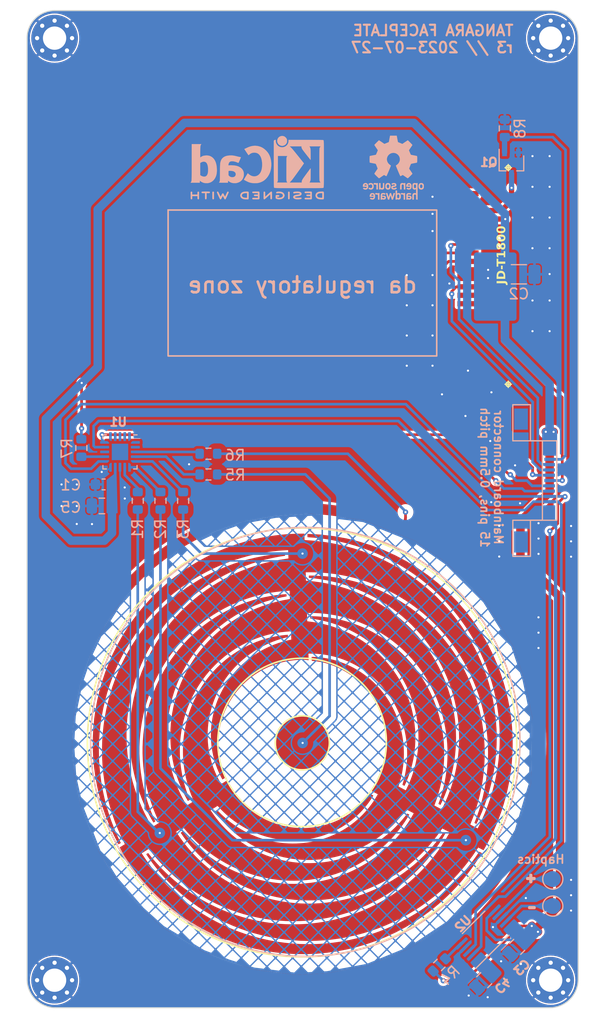
<source format=kicad_pcb>
(kicad_pcb (version 20221018) (generator pcbnew)

  (general
    (thickness 1.6)
  )

  (paper "A4")
  (title_block
    (comment 4 "AISLER Project ID: UHMYFJNI")
  )

  (layers
    (0 "F.Cu" signal)
    (31 "B.Cu" signal)
    (32 "B.Adhes" user "B.Adhesive")
    (33 "F.Adhes" user "F.Adhesive")
    (34 "B.Paste" user)
    (35 "F.Paste" user)
    (36 "B.SilkS" user "B.Silkscreen")
    (37 "F.SilkS" user "F.Silkscreen")
    (38 "B.Mask" user)
    (39 "F.Mask" user)
    (40 "Dwgs.User" user "User.Drawings")
    (41 "Cmts.User" user "User.Comments")
    (42 "Eco1.User" user "User.Eco1")
    (43 "Eco2.User" user "User.Eco2")
    (44 "Edge.Cuts" user)
    (45 "Margin" user)
    (46 "B.CrtYd" user "B.Courtyard")
    (47 "F.CrtYd" user "F.Courtyard")
    (48 "B.Fab" user)
    (49 "F.Fab" user)
    (50 "User.1" user)
    (51 "User.2" user)
    (52 "User.3" user)
    (53 "User.4" user)
    (54 "User.5" user)
    (55 "User.6" user)
    (56 "User.7" user)
    (57 "User.8" user)
    (58 "User.9" user)
  )

  (setup
    (stackup
      (layer "F.SilkS" (type "Top Silk Screen"))
      (layer "F.Paste" (type "Top Solder Paste"))
      (layer "F.Mask" (type "Top Solder Mask") (thickness 0.01))
      (layer "F.Cu" (type "copper") (thickness 0.035))
      (layer "dielectric 1" (type "core") (thickness 1.51) (material "FR4") (epsilon_r 4.5) (loss_tangent 0.02))
      (layer "B.Cu" (type "copper") (thickness 0.035))
      (layer "B.Mask" (type "Bottom Solder Mask") (thickness 0.01))
      (layer "B.Paste" (type "Bottom Solder Paste"))
      (layer "B.SilkS" (type "Bottom Silk Screen"))
      (copper_finish "None")
      (dielectric_constraints no)
    )
    (pad_to_mask_clearance 0)
    (pcbplotparams
      (layerselection 0x00010fc_ffffffff)
      (plot_on_all_layers_selection 0x0000000_00000000)
      (disableapertmacros false)
      (usegerberextensions false)
      (usegerberattributes true)
      (usegerberadvancedattributes true)
      (creategerberjobfile true)
      (dashed_line_dash_ratio 12.000000)
      (dashed_line_gap_ratio 3.000000)
      (svgprecision 6)
      (plotframeref false)
      (viasonmask false)
      (mode 1)
      (useauxorigin false)
      (hpglpennumber 1)
      (hpglpenspeed 20)
      (hpglpendiameter 15.000000)
      (dxfpolygonmode true)
      (dxfimperialunits true)
      (dxfusepcbnewfont true)
      (psnegative false)
      (psa4output false)
      (plotreference true)
      (plotvalue true)
      (plotinvisibletext false)
      (sketchpadsonfab false)
      (subtractmaskfromsilk false)
      (outputformat 1)
      (mirror false)
      (drillshape 0)
      (scaleselection 1)
      (outputdirectory "./gerbers2/")
    )
  )

  (net 0 "")
  (net 1 "Net-(U2-REG)")
  (net 2 "Net-(J2-Pin_1)")
  (net 3 "Net-(SW2-Pin_1)")
  (net 4 "GND")
  (net 5 "+3V3")
  (net 6 "/SCL")
  (net 7 "/SDA")
  (net 8 "/TOUCH_INT")
  (net 9 "/PICO")
  (net 10 "/RESET")
  (net 11 "/SCLK")
  (net 12 "/CS")
  (net 13 "/RS")
  (net 14 "/LED_ENABLE")
  (net 15 "Net-(SW2-Pin_2)")
  (net 16 "Net-(SW2-Pin_3)")
  (net 17 "Net-(LCD1-LEDK)")
  (net 18 "Net-(J1-Pin_1)")
  (net 19 "Net-(U1-KEY0)")
  (net 20 "Net-(SW1-Pin_1)")
  (net 21 "Net-(U1-KEY1)")
  (net 22 "Net-(SW3-Pin_1)")
  (net 23 "Net-(U1-KEY2)")
  (net 24 "Net-(U2-EN)")
  (net 25 "Net-(U1-KEY3)")
  (net 26 "Net-(U1-KEY4)")
  (net 27 "Net-(U1-~{RESET})")
  (net 28 "unconnected-(U1-KEY6-Pad1)")
  (net 29 "unconnected-(U1-KEY5-Pad2)")
  (net 30 "unconnected-(U1-NC-Pad13)")
  (net 31 "unconnected-(U1-KEY11-Pad16)")
  (net 32 "unconnected-(U1-KEY10-Pad17)")
  (net 33 "unconnected-(U1-KEY9-Pad18)")
  (net 34 "unconnected-(U1-KEY8-Pad19)")
  (net 35 "unconnected-(U1-KEY7-Pad20)")

  (footprint "faceplate-footprints:qtouch-wheel" (layer "F.Cu") (at 157.687776 117.890948 -148))

  (footprint "faceplate-footprints:qtouch-guard" (layer "F.Cu") (at 157.7 117.885573 -10))

  (footprint "MountingHole:MountingHole_2.2mm_M2_Pad_Via" (layer "F.Cu") (at 134.3 140.2))

  (footprint "MountingHole:MountingHole_2.2mm_M2_Pad_Via" (layer "F.Cu") (at 134.3 51.25))

  (footprint "faceplate-footprints:qtouch-button" (layer "F.Cu") (at 157.7 117.8))

  (footprint "MountingHole:MountingHole_2.2mm_M2_Pad_Via" (layer "F.Cu") (at 181.1 51.25))

  (footprint "faceplate-footprints:JD-T1800" (layer "F.Cu") (at 160.199674 71.131556 90))

  (footprint "MountingHole:MountingHole_2.2mm_M2_Pad_Via" (layer "F.Cu") (at 181.1 140.2))

  (footprint "Resistor_SMD:R_0603_1608Metric" (layer "B.Cu") (at 148.811943 90.492976 180))

  (footprint "kibuzzard-63E31E57" (layer "B.Cu") (at 179.328249 133.346751 180))

  (footprint "Resistor_SMD:R_0603_1608Metric" (layer "B.Cu") (at 136.825416 89.950281 90))

  (footprint "Resistor_SMD:R_0603_1608Metric" (layer "B.Cu") (at 146.428429 94.932465 90))

  (footprint "Resistor_SMD:R_0603_1608Metric" (layer "B.Cu") (at 176.775 59.775 90))

  (footprint "Capacitor_SMD:C_0805_2012Metric" (layer "B.Cu") (at 177.944946 137.049548 45))

  (footprint "Package_DFN_QFN:VQFN-20-1EP_3x3mm_P0.45mm_EP1.55x1.55mm" (layer "B.Cu") (at 140.470005 90.319571 180))

  (footprint "Capacitor_SMD:C_0805_2012Metric" (layer "B.Cu") (at 138.765079 95.421427))

  (footprint "Capacitor_SMD:C_1206_3216Metric" (layer "B.Cu") (at 178.098916 73.55))

  (footprint "Resistor_SMD:R_0603_1608Metric" (layer "B.Cu") (at 170.594234 138.760588 45))

  (footprint "TestPoint:TestPoint_Pad_D1.5mm" (layer "B.Cu") (at 181.3 130.65 180))

  (footprint "faceplate-footprints:molex_5052781533" (layer "B.Cu") (at 181 93.020776 90))

  (footprint "Resistor_SMD:R_0603_1608Metric" (layer "B.Cu")
    (tstamp 86c80f65-fc79-488b-bafc-2882f87bbad6)
    (at 144.287542 94.932465 90)
    (descr "Resistor SMD 0603 (1608 Metric), square (rectangular) end terminal, IPC_7351 nominal, (Body size source: IPC-SM-782 page 72, https://www.pcb-3d.com/wordpress/wp-content/uploads/ipc-sm-782a_amendment_1_and_2.pdf), generated with kicad-footprint-generator")
    (tags "resistor")
    (property "MPN" "AC0603JR-0710KL")
    (property "Sheetfile" "gay-ipod-faceplat
... [1124439 chars truncated]
</source>
